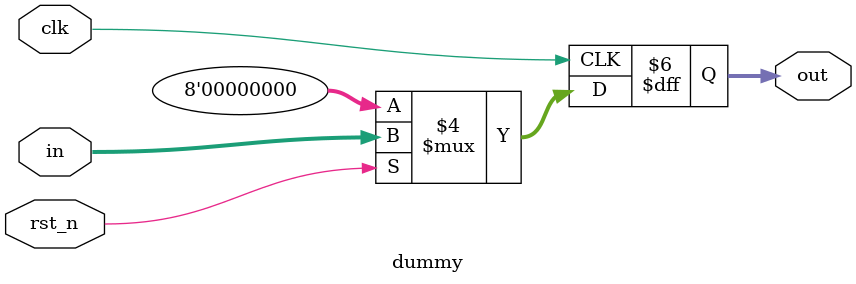
<source format=sv>


module dummy #(
    parameter WIDTH = 8
)
(
    input logic clk,
    input logic rst_n,
    input logic [WIDTH-1:0] in,
    output logic [WIDTH-1:0] out
);
    // Just putting a register in here but this is a dummy module
    always_ff @(posedge clk) begin
        if (!rst_n) begin
            out <= 8'b0;
        end else begin
            out <= in;
        end
    end
endmodule
</source>
